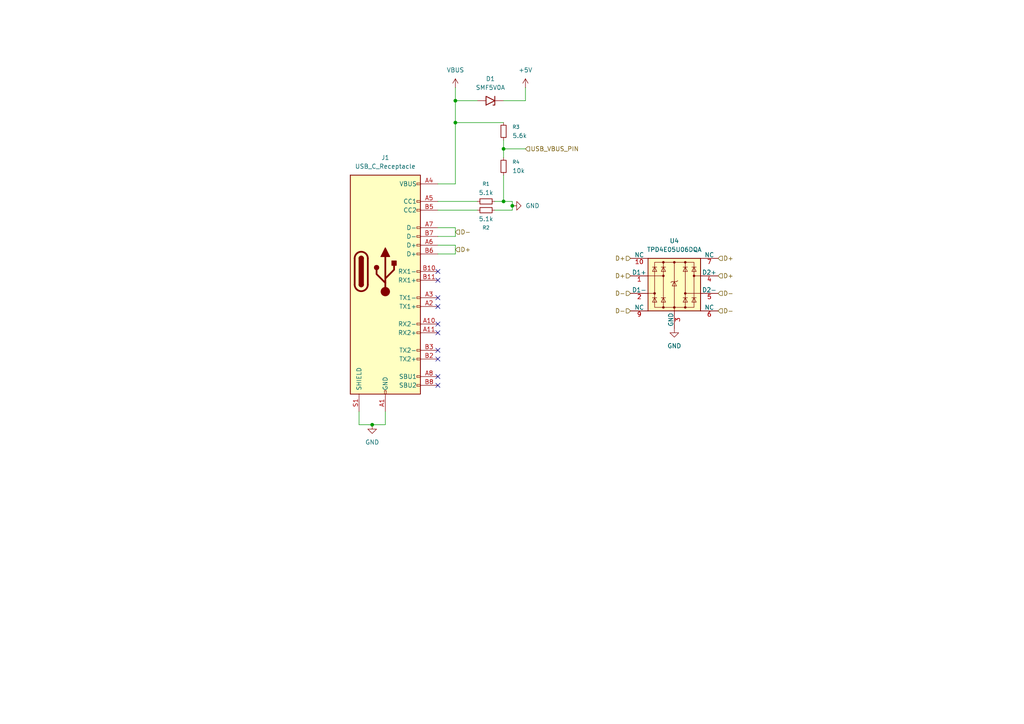
<source format=kicad_sch>
(kicad_sch (version 20250114) (generator "eeschema") (generator_version "9.0")
  (paper "A4")
  (lib_symbols
    (symbol "Connector:USB_C_Receptacle" (pin_names (offset 1.016))
      (property "Reference" "J" (at -10.16 29.21 0))
      (property "Value" "USB_C_Receptacle" (at 10.16 29.21 0))
      (symbol "USB_C_Receptacle_0_0"
        (rectangle (start -0.254 -35.56) (end 0.254 -34.544))
        (rectangle (start 10.16 25.654) (end 9.144 25.146))
        (rectangle (start 10.16 20.574) (end 9.144 20.066))
        (rectangle (start 10.16 18.034) (end 9.144 17.526))
        (rectangle (start 10.16 12.954) (end 9.144 12.446))
        (rectangle (start 10.16 10.414) (end 9.144 9.906))
        (rectangle (start 10.16 7.874) (end 9.144 7.366))
        (rectangle (start 10.16 5.334) (end 9.144 4.826))
        (rectangle (start 10.16 0.254) (end 9.144 -0.254))
        (rectangle (start 10.16 -2.286) (end 9.144 -2.794))
        (rectangle (start 10.16 -7.366) (end 9.144 -7.874))
        (rectangle (start 10.16 -9.906) (end 9.144 -10.414))
        (rectangle (start 10.16 -14.986) (end 9.144 -15.494))
        (rectangle (start 10.16 -17.526) (end 9.144 -18.034))
        (rectangle (start 10.16 -22.606) (end 9.144 -23.114))
        (rectangle (start 10.16 -25.146) (end 9.144 -25.654))
        (rectangle (start 10.16 -30.226) (end 9.144 -30.734))
        (rectangle (start 10.16 -32.766) (end 9.144 -33.274))
      )
      (symbol "USB_C_Receptacle_0_1"
        (rectangle (start -10.16 27.94) (end 10.16 -35.56) (stroke (width 0.254)) (fill (type background)))
        (polyline (pts (xy -8.89 -3.81) (xy -8.89 3.81)) (stroke (width 0.508)))
        (rectangle (start -7.62 -3.81) (end -6.35 3.81) (stroke (width 0.254)) (fill (type outline)))
        (arc (start -7.62 3.81) (mid -6.985 4.4423) (end -6.35 3.81) (stroke (width 0.254)))
        (arc (start -7.62 3.81) (mid -6.985 4.4423) (end -6.35 3.81) (stroke (width 0.254)) (fill (type outline)))
        (arc (start -8.89 3.81) (mid -6.985 5.7067) (end -5.08 3.81) (stroke (width 0.508)))
        (arc (start -5.08 -3.81) (mid -6.985 -5.7067) (end -8.89 -3.81) (stroke (width 0.508)))
        (arc (start -6.35 -3.81) (mid -6.985 -4.4423) (end -7.62 -3.81) (stroke (width 0.254)))
        (arc (start -6.35 -3.81) (mid -6.985 -4.4423) (end -7.62 -3.81) (stroke (width 0.254)) (fill (type outline)))
        (polyline (pts (xy -5.08 3.81) (xy -5.08 -3.81)) (stroke (width 0.508)))
      )
      (symbol "USB_C_Receptacle_1_1"
        (circle (center -2.54 1.143) (radius 0.635) (stroke (width 0.254)) (fill (type outline)))
        (polyline (pts (xy -1.27 4.318) (xy 0 6.858) (xy 1.27 4.318) (xy -1.27 4.318)) (stroke (width 0.254)) (fill (type outline)))
        (polyline (pts (xy 0 -2.032) (xy 2.54 0.508) (xy 2.54 1.778)) (stroke (width 0.508)))
        (polyline (pts (xy 0 -3.302) (xy -2.54 -0.762) (xy -2.54 0.508)) (stroke (width 0.508)))
        (polyline (pts (xy 0 -5.842) (xy 0 4.318)) (stroke (width 0.508)))
        (circle (center 0 -5.842) (radius 1.27) (fill (type outline)))
        (rectangle (start 1.905 1.778) (end 3.175 3.048) (stroke (width 0.254)) (fill (type outline)))
        (pin passive line (at -7.62 -40.64 90) (length 5.08) (name "SHIELD") (number "S1"))
        (pin passive line (at 0 -40.64 90) (length 5.08) (name "GND") (number "A1"))
        (pin passive line (at 0 -40.64 90) (length 5.08) (hide yes) (name "GND") (number "A12"))
        (pin passive line (at 0 -40.64 90) (length 5.08) (hide yes) (name "GND") (number "B1"))
        (pin passive line (at 0 -40.64 90) (length 5.08) (hide yes) (name "GND") (number "B12"))
        (pin passive line (at 15.24 25.4 180) (length 5.08) (name "VBUS") (number "A4"))
        (pin passive line (at 15.24 25.4 180) (length 5.08) (hide yes) (name "VBUS") (number "A9"))
        (pin passive line (at 15.24 25.4 180) (length 5.08) (hide yes) (name "VBUS") (number "B4"))
        (pin passive line (at 15.24 25.4 180) (length 5.08) (hide yes) (name "VBUS") (number "B9"))
        (pin bidirectional line (at 15.24 20.32 180) (length 5.08) (name "CC1") (number "A5"))
        (pin bidirectional line (at 15.24 17.78 180) (length 5.08) (name "CC2") (number "B5"))
        (pin bidirectional line (at 15.24 12.7 180) (length 5.08) (name "D-") (number "A7"))
        (pin bidirectional line (at 15.24 10.16 180) (length 5.08) (name "D-") (number "B7"))
        (pin bidirectional line (at 15.24 7.62 180) (length 5.08) (name "D+") (number "A6"))
        (pin bidirectional line (at 15.24 5.08 180) (length 5.08) (name "D+") (number "B6"))
        (pin bidirectional line (at 15.24 0 180) (length 5.08) (name "RX1-") (number "B10"))
        (pin bidirectional line (at 15.24 -2.54 180) (length 5.08) (name "RX1+") (number "B11"))
        (pin bidirectional line (at 15.24 -7.62 180) (length 5.08) (name "TX1-") (number "A3"))
        (pin bidirectional line (at 15.24 -10.16 180) (length 5.08) (name "TX1+") (number "A2"))
        (pin bidirectional line (at 15.24 -15.24 180) (length 5.08) (name "RX2-") (number "A10"))
        (pin bidirectional line (at 15.24 -17.78 180) (length 5.08) (name "RX2+") (number "A11"))
        (pin bidirectional line (at 15.24 -22.86 180) (length 5.08) (name "TX2-") (number "B3"))
        (pin bidirectional line (at 15.24 -25.4 180) (length 5.08) (name "TX2+") (number "B2"))
        (pin bidirectional line (at 15.24 -30.48 180) (length 5.08) (name "SBU1") (number "A8"))
        (pin bidirectional line (at 15.24 -33.02 180) (length 5.08) (name "SBU2") (number "B8"))
      )
    )
    (symbol "Device:R_Small" (pin_numbers (hide yes)) (pin_names (offset 0.254) (hide yes))
      (property "Reference" "R" (at 0 0 90))
      (property "Value" "R_Small" (at 1.778 0 90))
      (symbol "R_Small_0_1"
        (rectangle (start -0.762 1.778) (end 0.762 -1.778) (stroke (width 0.2032)))
      )
      (symbol "R_Small_1_1"
        (pin passive line (at 0 2.54 270) (length 0.762) (name "~") (number "1"))
        (pin passive line (at 0 -2.54 90) (length 0.762) (name "~") (number "2"))
      )
    )
    (symbol "Diode:SMF5V0A" (pin_numbers (hide yes)) (pin_names (offset 1.016) (hide yes))
      (property "Reference" "D" (at 0 2.54 0))
      (property "Value" "SMF5V0A" (at 0 -2.54 0))
      (symbol "SMF5V0A_0_1"
        (polyline (pts (xy -0.762 1.27) (xy -1.27 1.27) (xy -1.27 -1.27)) (stroke (width 0.254)))
        (polyline (pts (xy 1.27 1.27) (xy 1.27 -1.27) (xy -1.27 0) (xy 1.27 1.27)) (stroke (width 0.254)))
      )
      (symbol "SMF5V0A_1_1"
        (pin passive line (at -3.81 0 0) (length 2.54) (name "A1") (number "1"))
        (pin passive line (at 3.81 0 180) (length 2.54) (name "A2") (number "2"))
      )
    )
    (symbol "Power_Protection:TPD4E05U06DQA" (pin_names (offset 0))
      (property "Reference" "U" (at -0.635 8.89 0))
      (property "Value" "TPD4E05U06DQA" (at 1.905 -10.16 0))
      (symbol "TPD4E05U06DQA_0_0"
        (rectangle (start -5.715 6.477) (end 5.715 -6.604))
        (polyline (pts (xy -3.175 -6.604) (xy -3.175 6.477)))
        (polyline (pts (xy 0 6.477) (xy 0 -6.604)))
        (polyline (pts (xy 3.175 6.477) (xy 3.175 -6.604)))
      )
      (symbol "TPD4E05U06DQA_0_1"
        (polyline (pts (xy -7.747 2.54) (xy -3.175 2.54)))
        (rectangle (start -7.62 7.62) (end 7.62 -7.62) (stroke (width 0.254)) (fill (type background)))
        (polyline (pts (xy -7.62 -2.54) (xy -5.715 -2.54)))
        (circle (center -5.715 -2.54) (radius 0.2794) (fill (type outline)))
        (polyline (pts (xy -5.08 5.08) (xy -6.35 5.08)))
        (polyline (pts (xy -5.08 3.81) (xy -6.35 3.81) (xy -5.715 5.08) (xy -5.08 3.81)))
        (polyline (pts (xy -5.08 -3.81) (xy -6.35 -3.81)))
        (polyline (pts (xy -5.08 -5.08) (xy -6.35 -5.08) (xy -5.715 -3.81) (xy -5.08 -5.08)))
        (circle (center -3.175 6.477) (radius 0.2794) (fill (type outline)))
        (circle (center -3.175 2.54) (radius 0.2794) (fill (type outline)))
        (circle (center -3.175 -6.604) (radius 0.2794) (fill (type outline)))
        (polyline (pts (xy -2.54 5.08) (xy -3.81 5.08)))
        (polyline (pts (xy -2.54 3.81) (xy -3.81 3.81) (xy -3.175 5.08) (xy -2.54 3.81)))
        (polyline (pts (xy -2.54 -3.81) (xy -3.81 -3.81)))
        (polyline (pts (xy -2.54 -5.08) (xy -3.81 -5.08) (xy -3.175 -3.81) (xy -2.54 -5.08)))
        (polyline (pts (xy -0.635 0.889) (xy -1.016 0.635)))
        (circle (center 0 6.477) (radius 0.2794) (fill (type outline)))
        (polyline (pts (xy 0 -6.604) (xy 0 -7.62)))
        (circle (center 0 -6.604) (radius 0.2794) (fill (type outline)))
        (polyline (pts (xy 0.635 0.889) (xy -0.635 0.889)))
        (polyline (pts (xy 0.635 0.889) (xy 1.016 1.143)))
        (polyline (pts (xy 0.635 -0.381) (xy -0.635 -0.381) (xy 0 0.889) (xy 0.635 -0.381)))
        (circle (center 3.175 6.477) (radius 0.2794) (fill (type outline)))
        (circle (center 3.175 -2.54) (radius 0.2794) (fill (type outline)))
        (circle (center 3.175 -6.604) (radius 0.2794) (fill (type outline)))
        (polyline (pts (xy 3.81 5.08) (xy 2.54 5.08)))
        (polyline (pts (xy 3.81 3.81) (xy 2.54 3.81) (xy 3.175 5.08) (xy 3.81 3.81)))
        (polyline (pts (xy 3.81 -3.81) (xy 2.54 -3.81)))
        (polyline (pts (xy 3.81 -5.08) (xy 2.54 -5.08) (xy 3.175 -3.81) (xy 3.81 -5.08)))
        (circle (center 5.715 2.54) (radius 0.2794) (fill (type outline)))
        (polyline (pts (xy 6.35 5.08) (xy 5.08 5.08)))
        (polyline (pts (xy 6.35 3.81) (xy 5.08 3.81) (xy 5.715 5.08) (xy 6.35 3.81)))
        (polyline (pts (xy 6.35 -3.81) (xy 5.08 -3.81)))
        (polyline (pts (xy 6.35 -5.08) (xy 5.08 -5.08) (xy 5.715 -3.81) (xy 6.35 -5.08)))
        (polyline (pts (xy 7.62 2.54) (xy 5.715 2.54)))
        (polyline (pts (xy 7.62 -2.54) (xy 3.175 -2.54)))
      )
      (symbol "TPD4E05U06DQA_1_1"
        (pin free line (at -12.7 7.62 0) (length 5.08) (name "NC") (number "10"))
        (pin passive line (at -12.7 2.54 0) (length 5.08) (name "D1+") (number "1"))
        (pin passive line (at -12.7 -2.54 0) (length 5.08) (name "D1-") (number "2"))
        (pin free line (at -12.7 -7.62 0) (length 5.08) (name "NC") (number "9"))
        (pin power_in line (at 0 -12.7 90) (length 5.08) (name "GND") (number "3"))
        (pin passive line (at 0 -12.7 90) (length 5.08) (hide yes) (name "GND") (number "8"))
        (pin free line (at 12.7 7.62 180) (length 5.08) (name "NC") (number "7"))
        (pin passive line (at 12.7 2.54 180) (length 5.08) (name "D2+") (number "4"))
        (pin passive line (at 12.7 -2.54 180) (length 5.08) (name "D2-") (number "5"))
        (pin free line (at 12.7 -7.62 180) (length 5.08) (name "NC") (number "6"))
      )
    )
    (symbol "power:+5V" (power) (pin_numbers (hide yes)) (pin_names (offset 0) (hide yes))
      (property "Value" "+5V" (at 0 3.556 0))
      (symbol "+5V_0_1"
        (polyline (pts (xy -0.762 1.27) (xy 0 2.54)))
        (polyline (pts (xy 0 2.54) (xy 0.762 1.27)))
        (polyline (pts (xy 0 0) (xy 0 2.54)))
      )
      (symbol "+5V_1_1"
        (pin power_in line (at 0 0 90) (length 0) (name "~") (number "1"))
      )
    )
    (symbol "power:GND" (power) (pin_numbers (hide yes)) (pin_names (offset 0) (hide yes))
      (property "Value" "GND" (at 0 -3.81 0))
      (symbol "GND_0_1"
        (polyline (pts (xy 0 0) (xy 0 -1.27) (xy 1.27 -1.27) (xy 0 -2.54) (xy -1.27 -1.27) (xy 0 -1.27)))
      )
      (symbol "GND_1_1"
        (pin power_in line (at 0 0 270) (length 0) (name "~") (number "1"))
      )
    )
    (symbol "power:VBUS" (power) (pin_numbers (hide yes)) (pin_names (offset 0) (hide yes))
      (property "Value" "VBUS" (at 0 3.556 0))
      (symbol "VBUS_0_1"
        (polyline (pts (xy -0.762 1.27) (xy 0 2.54)))
        (polyline (pts (xy 0 2.54) (xy 0.762 1.27)))
        (polyline (pts (xy 0 0) (xy 0 2.54)))
      )
      (symbol "VBUS_1_1"
        (pin power_in line (at 0 0 90) (length 0) (name "~") (number "1"))
      )
    )
  )
  (junction (at 132.08 29.21))
  (junction (at 146.05 43.18))
  (junction (at 148.59 59.69))
  (junction (at 132.08 35.56))
  (junction (at 107.95 123.19))
  (junction (at 146.05 58.42))
  (no_connect (at 127 78.74))
  (no_connect (at 127 104.14))
  (no_connect (at 127 88.9))
  (no_connect (at 127 109.22))
  (no_connect (at 127 96.52))
  (no_connect (at 127 86.36))
  (no_connect (at 127 111.76))
  (no_connect (at 127 93.98))
  (no_connect (at 127 81.28))
  (no_connect (at 127 101.6))
  (wire (pts (xy 127 68.58) (xy 132.08 68.58)))
  (wire (pts (xy 104.14 123.19) (xy 107.95 123.19)))
  (wire (pts (xy 132.08 35.56) (xy 132.08 29.21)))
  (wire (pts (xy 152.4 29.21) (xy 152.4 25.4)))
  (wire (pts (xy 132.08 35.56) (xy 146.05 35.56)))
  (wire (pts (xy 148.59 60.96) (xy 148.59 59.69)))
  (wire (pts (xy 127 53.34) (xy 132.08 53.34)))
  (wire (pts (xy 127 60.96) (xy 138.43 60.96)))
  (wire (pts (xy 127 71.12) (xy 132.08 71.12)))
  (wire (pts (xy 127 66.04) (xy 132.08 66.04)))
  (wire (pts (xy 132.08 29.21) (xy 138.43 29.21)))
  (wire (pts (xy 132.08 53.34) (xy 132.08 35.56)))
  (wire (pts (xy 132.08 71.12) (xy 132.08 73.66)))
  (wire (pts (xy 111.76 119.38) (xy 111.76 123.19)))
  (wire (pts (xy 146.05 58.42) (xy 148.59 58.42)))
  (wire (pts (xy 111.76 123.19) (xy 107.95 123.19)))
  (wire (pts (xy 148.59 58.42) (xy 148.59 59.69)))
  (wire (pts (xy 146.05 29.21) (xy 152.4 29.21)))
  (wire (pts (xy 146.05 40.64) (xy 146.05 43.18)))
  (wire (pts (xy 143.51 58.42) (xy 146.05 58.42)))
  (wire (pts (xy 146.05 43.18) (xy 146.05 45.72)))
  (wire (pts (xy 146.05 50.8) (xy 146.05 58.42)))
  (wire (pts (xy 104.14 119.38) (xy 104.14 123.19)))
  (wire (pts (xy 146.05 43.18) (xy 152.4 43.18)))
  (wire (pts (xy 143.51 60.96) (xy 148.59 60.96)))
  (wire (pts (xy 132.08 66.04) (xy 132.08 68.58)))
  (wire (pts (xy 127 58.42) (xy 138.43 58.42)))
  (wire (pts (xy 127 73.66) (xy 132.08 73.66)))
  (wire (pts (xy 132.08 29.21) (xy 132.08 25.4)))
  (hierarchical_label "D-" (shape input) (at 132.08 67.31 0))
  (hierarchical_label "D-" (shape input) (at 208.28 85.09 0))
  (hierarchical_label "D-" (shape input) (at 208.28 90.17 0))
  (hierarchical_label "D+" (shape input) (at 182.88 80.01 180))
  (hierarchical_label "D-" (shape input) (at 182.88 85.09 180))
  (hierarchical_label "USB_VBUS_PIN" (shape input) (at 152.4 43.18 0))
  (hierarchical_label "D+" (shape input) (at 208.28 80.01 0))
  (hierarchical_label "D-" (shape input) (at 182.88 90.17 180))
  (hierarchical_label "D+" (shape input) (at 208.28 74.93 0))
  (hierarchical_label "D+" (shape input) (at 132.08 72.39 0))
  (hierarchical_label "D+" (shape input) (at 182.88 74.93 180))
  (symbol (lib_id "power:+5V") (at 152.4 25.4 0) (unit 1)
    (property "Reference" "#PWR08" (effects (hide yes)))
    (property "Value" "+5V" (at 152.4 20.32 0))
    (property "Description" "Power symbol creates a global label with name \"+5V\"" (effects (hide yes)))
  )
  (symbol (lib_id "power:VBUS") (at 132.08 25.4 0) (unit 1)
    (property "Reference" "#PWR04" (effects (hide yes)))
    (property "Value" "VBUS" (at 132.08 20.32 0))
    (property "Description" "Power symbol creates a global label with name \"VBUS\"" (effects (hide yes)))
  )
  (symbol (lib_id "power:GND") (at 195.58 95.25 0) (unit 1)
    (property "Reference" "#PWR07" (effects (hide yes)))
    (property "Value" "GND" (at 195.58 100.33 0))
    (property "Description" "Power symbol creates a global label with name \"GND\" , ground" (effects (hide yes)))
  )
  (symbol (lib_id "Diode:SMF5V0A") (at 142.24 29.21 180) (unit 1)
    (property "Reference" "D1" (at 142.24 22.86 0))
    (property "Value" "SMF5V0A" (at 142.24 25.4 0))
    (property "Footprint" "Diode_SMD:D_SMF" (effects (hide yes)))
    (property "Datasheet" "https://www.vishay.com/doc?85881" (effects (hide yes)))
    (property "Description" "200W unidirectional Transil Transient Voltage Suppressor, 5Vrwm, SMF" (effects (hide yes)))
  )
  (symbol (lib_id "Connector:USB_C_Receptacle") (at 111.76 78.74 0) (unit 1)
    (property "Reference" "J1" (at 111.76 45.72 0))
    (property "Value" "USB_C_Receptacle" (at 111.76 48.26 0))
    (property "Datasheet" "https://www.usb.org/sites/default/files/documents/usb_type-c.zip" (effects (hide yes)))
    (property "Description" "USB Full-Featured Type-C Receptacle connector" (effects (hide yes)))
  )
  (symbol (lib_id "Power_Protection:TPD4E05U06DQA") (at 195.58 82.55 0) (unit 1)
    (property "Reference" "U4" (at 195.58 69.85 0))
    (property "Value" "TPD4E05U06DQA" (at 195.58 72.39 0))
    (property "Footprint" "Package_SON:USON-10_2.5x1.0mm_P0.5mm" (effects (hide yes)))
    (property "Datasheet" "https://www.ti.com/lit/ds/symlink/tpd4e05u06.pdf" (effects (hide yes)))
    (property "Description" "4-Channel ESD Protection for Super-Speed USB 3.0 Interface, USON-10" (effects (hide yes)))
  )
  (symbol (lib_id "Device:R_Small") (at 146.05 38.1 180) (unit 1)
    (property "Reference" "R3" (at 148.59 36.8299 0) (effects (font (size 1.016 1.016)) (justify right)))
    (property "Value" "5.6k" (at 148.59 39.3699 0) (effects (justify right)))
    (property "Description" "Resistor, small symbol" (effects (hide yes)))
  )
  (symbol (lib_id "power:GND") (at 107.95 123.19 0) (unit 1)
    (property "Reference" "#PWR06" (effects (hide yes)))
    (property "Value" "GND" (at 107.95 128.27 0))
    (property "Description" "Power symbol creates a global label with name \"GND\" , ground" (effects (hide yes)))
  )
  (symbol (lib_id "Device:R_Small") (at 140.97 58.42 270) (unit 1)
    (property "Reference" "R1" (at 140.97 53.34 90) (effects (font (size 1.016 1.016))))
    (property "Value" "5.1k" (at 140.97 55.88 90))
    (property "Description" "Resistor, small symbol" (effects (hide yes)))
  )
  (symbol (lib_id "Device:R_Small") (at 146.05 48.26 180) (unit 1)
    (property "Reference" "R4" (at 148.59 46.9899 0) (effects (font (size 1.016 1.016)) (justify right)))
    (property "Value" "10k" (at 148.59 49.5299 0) (effects (justify right)))
    (property "Description" "Resistor, small symbol" (effects (hide yes)))
  )
  (symbol (lib_id "Device:R_Small") (at 140.97 60.96 270) (mirror x) (unit 1)
    (property "Reference" "R2" (at 140.97 66.04 90) (effects (font (size 1.016 1.016))))
    (property "Value" "5.1k" (at 140.97 63.5 90))
    (property "Description" "Resistor, small symbol" (effects (hide yes)))
  )
  (symbol (lib_id "power:GND") (at 148.59 59.69 90) (unit 1)
    (property "Reference" "#PWR05" (effects (hide yes)))
    (property "Value" "GND" (at 152.4 59.6899 90) (effects (justify right)))
    (property "Description" "Power symbol creates a global label with name \"GND\" , ground" (effects (hide yes)))
  )
)
</source>
